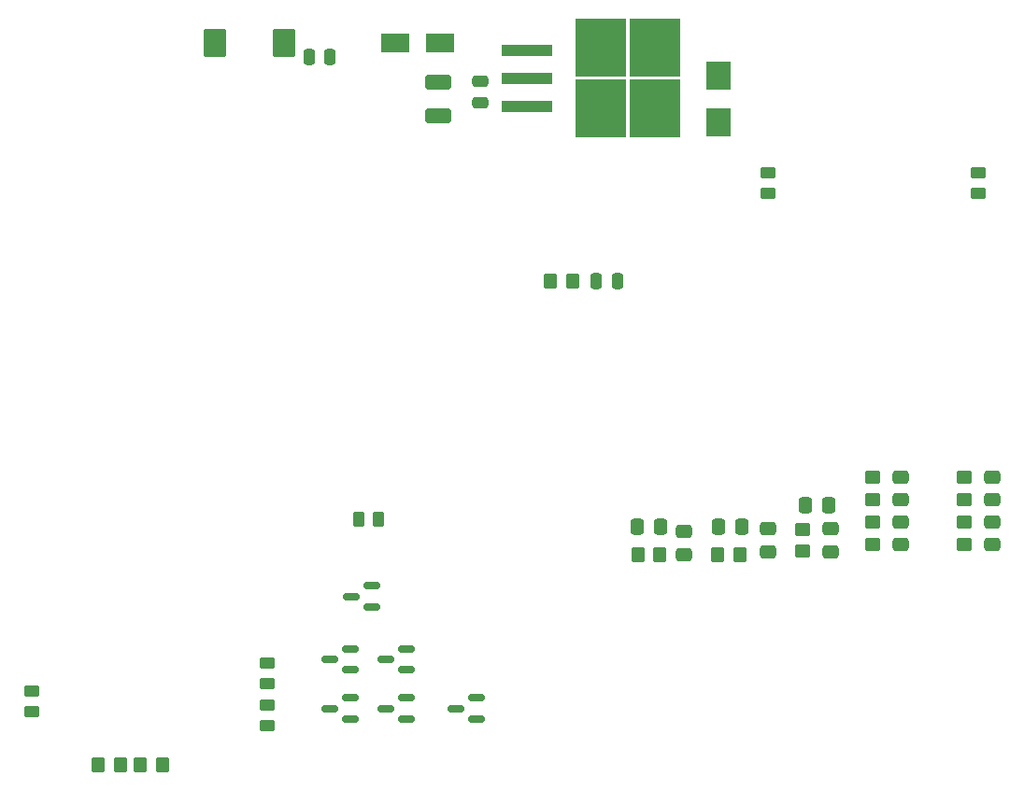
<source format=gtp>
G04 #@! TF.GenerationSoftware,KiCad,Pcbnew,(6.0.1)*
G04 #@! TF.CreationDate,2022-02-05T13:28:53-05:00*
G04 #@! TF.ProjectId,klxecu,6b6c7865-6375-42e6-9b69-6361645f7063,rev?*
G04 #@! TF.SameCoordinates,Original*
G04 #@! TF.FileFunction,Paste,Top*
G04 #@! TF.FilePolarity,Positive*
%FSLAX46Y46*%
G04 Gerber Fmt 4.6, Leading zero omitted, Abs format (unit mm)*
G04 Created by KiCad (PCBNEW (6.0.1)) date 2022-02-05 13:28:53*
%MOMM*%
%LPD*%
G01*
G04 APERTURE LIST*
G04 Aperture macros list*
%AMRoundRect*
0 Rectangle with rounded corners*
0 $1 Rounding radius*
0 $2 $3 $4 $5 $6 $7 $8 $9 X,Y pos of 4 corners*
0 Add a 4 corners polygon primitive as box body*
4,1,4,$2,$3,$4,$5,$6,$7,$8,$9,$2,$3,0*
0 Add four circle primitives for the rounded corners*
1,1,$1+$1,$2,$3*
1,1,$1+$1,$4,$5*
1,1,$1+$1,$6,$7*
1,1,$1+$1,$8,$9*
0 Add four rect primitives between the rounded corners*
20,1,$1+$1,$2,$3,$4,$5,0*
20,1,$1+$1,$4,$5,$6,$7,0*
20,1,$1+$1,$6,$7,$8,$9,0*
20,1,$1+$1,$8,$9,$2,$3,0*%
G04 Aperture macros list end*
%ADD10RoundRect,0.150000X0.587500X0.150000X-0.587500X0.150000X-0.587500X-0.150000X0.587500X-0.150000X0*%
%ADD11RoundRect,0.250000X-0.350000X-0.450000X0.350000X-0.450000X0.350000X0.450000X-0.350000X0.450000X0*%
%ADD12RoundRect,0.250000X0.475000X-0.337500X0.475000X0.337500X-0.475000X0.337500X-0.475000X-0.337500X0*%
%ADD13RoundRect,0.250000X-0.337500X-0.475000X0.337500X-0.475000X0.337500X0.475000X-0.337500X0.475000X0*%
%ADD14RoundRect,0.250000X0.450000X-0.262500X0.450000X0.262500X-0.450000X0.262500X-0.450000X-0.262500X0*%
%ADD15RoundRect,0.250000X-0.262500X-0.450000X0.262500X-0.450000X0.262500X0.450000X-0.262500X0.450000X0*%
%ADD16RoundRect,0.250000X-0.450000X0.350000X-0.450000X-0.350000X0.450000X-0.350000X0.450000X0.350000X0*%
%ADD17RoundRect,0.250000X0.250000X0.475000X-0.250000X0.475000X-0.250000X-0.475000X0.250000X-0.475000X0*%
%ADD18R,2.300000X2.500000*%
%ADD19R,2.500000X1.800000*%
%ADD20RoundRect,0.250000X-0.787500X-1.025000X0.787500X-1.025000X0.787500X1.025000X-0.787500X1.025000X0*%
%ADD21RoundRect,0.250000X-0.250000X-0.475000X0.250000X-0.475000X0.250000X0.475000X-0.250000X0.475000X0*%
%ADD22RoundRect,0.250000X0.475000X-0.250000X0.475000X0.250000X-0.475000X0.250000X-0.475000X-0.250000X0*%
%ADD23R,4.550000X5.250000*%
%ADD24R,4.600000X1.100000*%
%ADD25RoundRect,0.250000X0.350000X0.450000X-0.350000X0.450000X-0.350000X-0.450000X0.350000X-0.450000X0*%
%ADD26RoundRect,0.250000X0.925000X-0.412500X0.925000X0.412500X-0.925000X0.412500X-0.925000X-0.412500X0*%
%ADD27RoundRect,0.250000X-0.450000X0.262500X-0.450000X-0.262500X0.450000X-0.262500X0.450000X0.262500X0*%
%ADD28RoundRect,0.250000X-0.475000X0.337500X-0.475000X-0.337500X0.475000X-0.337500X0.475000X0.337500X0*%
G04 APERTURE END LIST*
D10*
X78407500Y-105090000D03*
X78407500Y-103190000D03*
X76532500Y-104140000D03*
D11*
X92980000Y-90170000D03*
X94980000Y-90170000D03*
D12*
X97155000Y-90170000D03*
X97155000Y-88095000D03*
D13*
X95017500Y-87630000D03*
X92942500Y-87630000D03*
D14*
X38100000Y-104417500D03*
X38100000Y-102592500D03*
D15*
X67667500Y-86995000D03*
X69492500Y-86995000D03*
D16*
X122555000Y-87265000D03*
X122555000Y-89265000D03*
D10*
X72057500Y-100645000D03*
X72057500Y-98745000D03*
X70182500Y-99695000D03*
D17*
X65085000Y-45085000D03*
X63185000Y-45085000D03*
D12*
X110490000Y-89937500D03*
X110490000Y-87862500D03*
D18*
X100330000Y-51045000D03*
X100330000Y-46745000D03*
D11*
X100235000Y-90170000D03*
X102235000Y-90170000D03*
D10*
X66977500Y-100645000D03*
X66977500Y-98745000D03*
X65102500Y-99695000D03*
X66977500Y-105090000D03*
X66977500Y-103190000D03*
X65102500Y-104140000D03*
D13*
X100330000Y-87630000D03*
X102405000Y-87630000D03*
D19*
X75025000Y-43815000D03*
X71025000Y-43815000D03*
D16*
X107950000Y-87900000D03*
X107950000Y-89900000D03*
D20*
X54672500Y-43815000D03*
X60897500Y-43815000D03*
D11*
X44085000Y-109220000D03*
X46085000Y-109220000D03*
D21*
X89220000Y-65405000D03*
X91120000Y-65405000D03*
D16*
X114300000Y-83185000D03*
X114300000Y-85185000D03*
D22*
X78740000Y-49210000D03*
X78740000Y-47310000D03*
D16*
X122555000Y-83185000D03*
X122555000Y-85185000D03*
D12*
X125095000Y-89302500D03*
X125095000Y-87227500D03*
D10*
X72057500Y-105090000D03*
X72057500Y-103190000D03*
X70182500Y-104140000D03*
X68882500Y-94930000D03*
X68882500Y-93030000D03*
X67007500Y-93980000D03*
D23*
X94500000Y-49765000D03*
X94500000Y-44215000D03*
X89650000Y-44215000D03*
X89650000Y-49765000D03*
D24*
X82925000Y-44450000D03*
X82925000Y-46990000D03*
X82925000Y-49530000D03*
D12*
X116840000Y-89302500D03*
X116840000Y-87227500D03*
X104775000Y-89937500D03*
X104775000Y-87862500D03*
D14*
X104775000Y-57427500D03*
X104775000Y-55602500D03*
D16*
X114300000Y-87265000D03*
X114300000Y-89265000D03*
D25*
X49895000Y-109220000D03*
X47895000Y-109220000D03*
D11*
X85090000Y-65405000D03*
X87090000Y-65405000D03*
D14*
X59380000Y-105687500D03*
X59380000Y-103862500D03*
X59380000Y-101877500D03*
X59380000Y-100052500D03*
D26*
X74930000Y-50432500D03*
X74930000Y-47357500D03*
D27*
X123825000Y-55602500D03*
X123825000Y-57427500D03*
D28*
X116840000Y-83147500D03*
X116840000Y-85222500D03*
D13*
X108182500Y-85725000D03*
X110257500Y-85725000D03*
D28*
X125095000Y-83147500D03*
X125095000Y-85222500D03*
M02*

</source>
